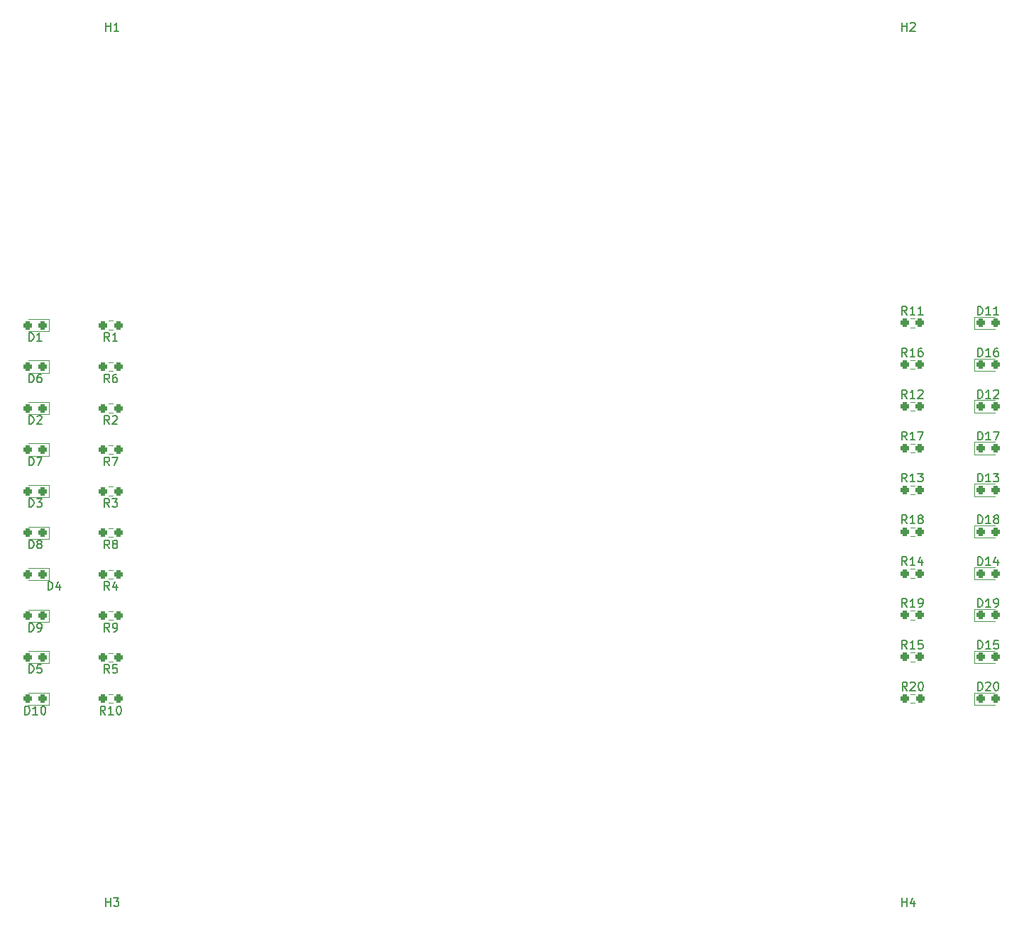
<source format=gto>
G04 #@! TF.GenerationSoftware,KiCad,Pcbnew,9.0.0*
G04 #@! TF.CreationDate,2025-03-25T13:13:44-05:00*
G04 #@! TF.ProjectId,Armor_Plate,41726d6f-725f-4506-9c61-74652e6b6963,rev?*
G04 #@! TF.SameCoordinates,Original*
G04 #@! TF.FileFunction,Legend,Top*
G04 #@! TF.FilePolarity,Positive*
%FSLAX46Y46*%
G04 Gerber Fmt 4.6, Leading zero omitted, Abs format (unit mm)*
G04 Created by KiCad (PCBNEW 9.0.0) date 2025-03-25 13:13:44*
%MOMM*%
%LPD*%
G01*
G04 APERTURE LIST*
G04 Aperture macros list*
%AMRoundRect*
0 Rectangle with rounded corners*
0 $1 Rounding radius*
0 $2 $3 $4 $5 $6 $7 $8 $9 X,Y pos of 4 corners*
0 Add a 4 corners polygon primitive as box body*
4,1,4,$2,$3,$4,$5,$6,$7,$8,$9,$2,$3,0*
0 Add four circle primitives for the rounded corners*
1,1,$1+$1,$2,$3*
1,1,$1+$1,$4,$5*
1,1,$1+$1,$6,$7*
1,1,$1+$1,$8,$9*
0 Add four rect primitives between the rounded corners*
20,1,$1+$1,$2,$3,$4,$5,0*
20,1,$1+$1,$4,$5,$6,$7,0*
20,1,$1+$1,$6,$7,$8,$9,0*
20,1,$1+$1,$8,$9,$2,$3,0*%
G04 Aperture macros list end*
%ADD10C,0.150000*%
%ADD11C,0.120000*%
%ADD12RoundRect,0.237500X0.250000X0.237500X-0.250000X0.237500X-0.250000X-0.237500X0.250000X-0.237500X0*%
%ADD13RoundRect,0.237500X-0.250000X-0.237500X0.250000X-0.237500X0.250000X0.237500X-0.250000X0.237500X0*%
%ADD14RoundRect,0.237500X0.287500X0.237500X-0.287500X0.237500X-0.287500X-0.237500X0.287500X-0.237500X0*%
%ADD15RoundRect,0.237500X-0.287500X-0.237500X0.287500X-0.237500X0.287500X0.237500X-0.287500X0.237500X0*%
%ADD16C,4.500000*%
%ADD17C,0.900000*%
%ADD18R,2.000000X2.000000*%
%ADD19C,2.000000*%
G04 APERTURE END LIST*
D10*
X32140833Y-79494268D02*
X31807500Y-79018077D01*
X31569405Y-79494268D02*
X31569405Y-78494268D01*
X31569405Y-78494268D02*
X31950357Y-78494268D01*
X31950357Y-78494268D02*
X32045595Y-78541887D01*
X32045595Y-78541887D02*
X32093214Y-78589506D01*
X32093214Y-78589506D02*
X32140833Y-78684744D01*
X32140833Y-78684744D02*
X32140833Y-78827601D01*
X32140833Y-78827601D02*
X32093214Y-78922839D01*
X32093214Y-78922839D02*
X32045595Y-78970458D01*
X32045595Y-78970458D02*
X31950357Y-79018077D01*
X31950357Y-79018077D02*
X31569405Y-79018077D01*
X32712262Y-78922839D02*
X32617024Y-78875220D01*
X32617024Y-78875220D02*
X32569405Y-78827601D01*
X32569405Y-78827601D02*
X32521786Y-78732363D01*
X32521786Y-78732363D02*
X32521786Y-78684744D01*
X32521786Y-78684744D02*
X32569405Y-78589506D01*
X32569405Y-78589506D02*
X32617024Y-78541887D01*
X32617024Y-78541887D02*
X32712262Y-78494268D01*
X32712262Y-78494268D02*
X32902738Y-78494268D01*
X32902738Y-78494268D02*
X32997976Y-78541887D01*
X32997976Y-78541887D02*
X33045595Y-78589506D01*
X33045595Y-78589506D02*
X33093214Y-78684744D01*
X33093214Y-78684744D02*
X33093214Y-78732363D01*
X33093214Y-78732363D02*
X33045595Y-78827601D01*
X33045595Y-78827601D02*
X32997976Y-78875220D01*
X32997976Y-78875220D02*
X32902738Y-78922839D01*
X32902738Y-78922839D02*
X32712262Y-78922839D01*
X32712262Y-78922839D02*
X32617024Y-78970458D01*
X32617024Y-78970458D02*
X32569405Y-79018077D01*
X32569405Y-79018077D02*
X32521786Y-79113315D01*
X32521786Y-79113315D02*
X32521786Y-79303791D01*
X32521786Y-79303791D02*
X32569405Y-79399029D01*
X32569405Y-79399029D02*
X32617024Y-79446649D01*
X32617024Y-79446649D02*
X32712262Y-79494268D01*
X32712262Y-79494268D02*
X32902738Y-79494268D01*
X32902738Y-79494268D02*
X32997976Y-79446649D01*
X32997976Y-79446649D02*
X33045595Y-79399029D01*
X33045595Y-79399029D02*
X33093214Y-79303791D01*
X33093214Y-79303791D02*
X33093214Y-79113315D01*
X33093214Y-79113315D02*
X33045595Y-79018077D01*
X33045595Y-79018077D02*
X32997976Y-78970458D01*
X32997976Y-78970458D02*
X32902738Y-78922839D01*
X127289642Y-76510373D02*
X126956309Y-76034182D01*
X126718214Y-76510373D02*
X126718214Y-75510373D01*
X126718214Y-75510373D02*
X127099166Y-75510373D01*
X127099166Y-75510373D02*
X127194404Y-75557992D01*
X127194404Y-75557992D02*
X127242023Y-75605611D01*
X127242023Y-75605611D02*
X127289642Y-75700849D01*
X127289642Y-75700849D02*
X127289642Y-75843706D01*
X127289642Y-75843706D02*
X127242023Y-75938944D01*
X127242023Y-75938944D02*
X127194404Y-75986563D01*
X127194404Y-75986563D02*
X127099166Y-76034182D01*
X127099166Y-76034182D02*
X126718214Y-76034182D01*
X128242023Y-76510373D02*
X127670595Y-76510373D01*
X127956309Y-76510373D02*
X127956309Y-75510373D01*
X127956309Y-75510373D02*
X127861071Y-75653230D01*
X127861071Y-75653230D02*
X127765833Y-75748468D01*
X127765833Y-75748468D02*
X127670595Y-75796087D01*
X128813452Y-75938944D02*
X128718214Y-75891325D01*
X128718214Y-75891325D02*
X128670595Y-75843706D01*
X128670595Y-75843706D02*
X128622976Y-75748468D01*
X128622976Y-75748468D02*
X128622976Y-75700849D01*
X128622976Y-75700849D02*
X128670595Y-75605611D01*
X128670595Y-75605611D02*
X128718214Y-75557992D01*
X128718214Y-75557992D02*
X128813452Y-75510373D01*
X128813452Y-75510373D02*
X129003928Y-75510373D01*
X129003928Y-75510373D02*
X129099166Y-75557992D01*
X129099166Y-75557992D02*
X129146785Y-75605611D01*
X129146785Y-75605611D02*
X129194404Y-75700849D01*
X129194404Y-75700849D02*
X129194404Y-75748468D01*
X129194404Y-75748468D02*
X129146785Y-75843706D01*
X129146785Y-75843706D02*
X129099166Y-75891325D01*
X129099166Y-75891325D02*
X129003928Y-75938944D01*
X129003928Y-75938944D02*
X128813452Y-75938944D01*
X128813452Y-75938944D02*
X128718214Y-75986563D01*
X128718214Y-75986563D02*
X128670595Y-76034182D01*
X128670595Y-76034182D02*
X128622976Y-76129420D01*
X128622976Y-76129420D02*
X128622976Y-76319896D01*
X128622976Y-76319896D02*
X128670595Y-76415134D01*
X128670595Y-76415134D02*
X128718214Y-76462754D01*
X128718214Y-76462754D02*
X128813452Y-76510373D01*
X128813452Y-76510373D02*
X129003928Y-76510373D01*
X129003928Y-76510373D02*
X129099166Y-76462754D01*
X129099166Y-76462754D02*
X129146785Y-76415134D01*
X129146785Y-76415134D02*
X129194404Y-76319896D01*
X129194404Y-76319896D02*
X129194404Y-76129420D01*
X129194404Y-76129420D02*
X129146785Y-76034182D01*
X129146785Y-76034182D02*
X129099166Y-75986563D01*
X129099166Y-75986563D02*
X129003928Y-75938944D01*
X22541905Y-69583157D02*
X22541905Y-68583157D01*
X22541905Y-68583157D02*
X22780000Y-68583157D01*
X22780000Y-68583157D02*
X22922857Y-68630776D01*
X22922857Y-68630776D02*
X23018095Y-68726014D01*
X23018095Y-68726014D02*
X23065714Y-68821252D01*
X23065714Y-68821252D02*
X23113333Y-69011728D01*
X23113333Y-69011728D02*
X23113333Y-69154585D01*
X23113333Y-69154585D02*
X23065714Y-69345061D01*
X23065714Y-69345061D02*
X23018095Y-69440299D01*
X23018095Y-69440299D02*
X22922857Y-69535538D01*
X22922857Y-69535538D02*
X22780000Y-69583157D01*
X22780000Y-69583157D02*
X22541905Y-69583157D01*
X23446667Y-68583157D02*
X24113333Y-68583157D01*
X24113333Y-68583157D02*
X23684762Y-69583157D01*
X32140833Y-74538712D02*
X31807500Y-74062521D01*
X31569405Y-74538712D02*
X31569405Y-73538712D01*
X31569405Y-73538712D02*
X31950357Y-73538712D01*
X31950357Y-73538712D02*
X32045595Y-73586331D01*
X32045595Y-73586331D02*
X32093214Y-73633950D01*
X32093214Y-73633950D02*
X32140833Y-73729188D01*
X32140833Y-73729188D02*
X32140833Y-73872045D01*
X32140833Y-73872045D02*
X32093214Y-73967283D01*
X32093214Y-73967283D02*
X32045595Y-74014902D01*
X32045595Y-74014902D02*
X31950357Y-74062521D01*
X31950357Y-74062521D02*
X31569405Y-74062521D01*
X32474167Y-73538712D02*
X33093214Y-73538712D01*
X33093214Y-73538712D02*
X32759881Y-73919664D01*
X32759881Y-73919664D02*
X32902738Y-73919664D01*
X32902738Y-73919664D02*
X32997976Y-73967283D01*
X32997976Y-73967283D02*
X33045595Y-74014902D01*
X33045595Y-74014902D02*
X33093214Y-74110140D01*
X33093214Y-74110140D02*
X33093214Y-74348235D01*
X33093214Y-74348235D02*
X33045595Y-74443473D01*
X33045595Y-74443473D02*
X32997976Y-74491093D01*
X32997976Y-74491093D02*
X32902738Y-74538712D01*
X32902738Y-74538712D02*
X32617024Y-74538712D01*
X32617024Y-74538712D02*
X32521786Y-74491093D01*
X32521786Y-74491093D02*
X32474167Y-74443473D01*
X135745714Y-56571112D02*
X135745714Y-55571112D01*
X135745714Y-55571112D02*
X135983809Y-55571112D01*
X135983809Y-55571112D02*
X136126666Y-55618731D01*
X136126666Y-55618731D02*
X136221904Y-55713969D01*
X136221904Y-55713969D02*
X136269523Y-55809207D01*
X136269523Y-55809207D02*
X136317142Y-55999683D01*
X136317142Y-55999683D02*
X136317142Y-56142540D01*
X136317142Y-56142540D02*
X136269523Y-56333016D01*
X136269523Y-56333016D02*
X136221904Y-56428254D01*
X136221904Y-56428254D02*
X136126666Y-56523493D01*
X136126666Y-56523493D02*
X135983809Y-56571112D01*
X135983809Y-56571112D02*
X135745714Y-56571112D01*
X137269523Y-56571112D02*
X136698095Y-56571112D01*
X136983809Y-56571112D02*
X136983809Y-55571112D01*
X136983809Y-55571112D02*
X136888571Y-55713969D01*
X136888571Y-55713969D02*
X136793333Y-55809207D01*
X136793333Y-55809207D02*
X136698095Y-55856826D01*
X138126666Y-55571112D02*
X137936190Y-55571112D01*
X137936190Y-55571112D02*
X137840952Y-55618731D01*
X137840952Y-55618731D02*
X137793333Y-55666350D01*
X137793333Y-55666350D02*
X137698095Y-55809207D01*
X137698095Y-55809207D02*
X137650476Y-55999683D01*
X137650476Y-55999683D02*
X137650476Y-56380635D01*
X137650476Y-56380635D02*
X137698095Y-56475873D01*
X137698095Y-56475873D02*
X137745714Y-56523493D01*
X137745714Y-56523493D02*
X137840952Y-56571112D01*
X137840952Y-56571112D02*
X138031428Y-56571112D01*
X138031428Y-56571112D02*
X138126666Y-56523493D01*
X138126666Y-56523493D02*
X138174285Y-56475873D01*
X138174285Y-56475873D02*
X138221904Y-56380635D01*
X138221904Y-56380635D02*
X138221904Y-56142540D01*
X138221904Y-56142540D02*
X138174285Y-56047302D01*
X138174285Y-56047302D02*
X138126666Y-55999683D01*
X138126666Y-55999683D02*
X138031428Y-55952064D01*
X138031428Y-55952064D02*
X137840952Y-55952064D01*
X137840952Y-55952064D02*
X137745714Y-55999683D01*
X137745714Y-55999683D02*
X137698095Y-56047302D01*
X137698095Y-56047302D02*
X137650476Y-56142540D01*
X127289642Y-81495188D02*
X126956309Y-81018997D01*
X126718214Y-81495188D02*
X126718214Y-80495188D01*
X126718214Y-80495188D02*
X127099166Y-80495188D01*
X127099166Y-80495188D02*
X127194404Y-80542807D01*
X127194404Y-80542807D02*
X127242023Y-80590426D01*
X127242023Y-80590426D02*
X127289642Y-80685664D01*
X127289642Y-80685664D02*
X127289642Y-80828521D01*
X127289642Y-80828521D02*
X127242023Y-80923759D01*
X127242023Y-80923759D02*
X127194404Y-80971378D01*
X127194404Y-80971378D02*
X127099166Y-81018997D01*
X127099166Y-81018997D02*
X126718214Y-81018997D01*
X128242023Y-81495188D02*
X127670595Y-81495188D01*
X127956309Y-81495188D02*
X127956309Y-80495188D01*
X127956309Y-80495188D02*
X127861071Y-80638045D01*
X127861071Y-80638045D02*
X127765833Y-80733283D01*
X127765833Y-80733283D02*
X127670595Y-80780902D01*
X129099166Y-80828521D02*
X129099166Y-81495188D01*
X128861071Y-80447569D02*
X128622976Y-81161854D01*
X128622976Y-81161854D02*
X129242023Y-81161854D01*
X32140833Y-69583157D02*
X31807500Y-69106966D01*
X31569405Y-69583157D02*
X31569405Y-68583157D01*
X31569405Y-68583157D02*
X31950357Y-68583157D01*
X31950357Y-68583157D02*
X32045595Y-68630776D01*
X32045595Y-68630776D02*
X32093214Y-68678395D01*
X32093214Y-68678395D02*
X32140833Y-68773633D01*
X32140833Y-68773633D02*
X32140833Y-68916490D01*
X32140833Y-68916490D02*
X32093214Y-69011728D01*
X32093214Y-69011728D02*
X32045595Y-69059347D01*
X32045595Y-69059347D02*
X31950357Y-69106966D01*
X31950357Y-69106966D02*
X31569405Y-69106966D01*
X32474167Y-68583157D02*
X33140833Y-68583157D01*
X33140833Y-68583157D02*
X32712262Y-69583157D01*
X32140833Y-59672047D02*
X31807500Y-59195856D01*
X31569405Y-59672047D02*
X31569405Y-58672047D01*
X31569405Y-58672047D02*
X31950357Y-58672047D01*
X31950357Y-58672047D02*
X32045595Y-58719666D01*
X32045595Y-58719666D02*
X32093214Y-58767285D01*
X32093214Y-58767285D02*
X32140833Y-58862523D01*
X32140833Y-58862523D02*
X32140833Y-59005380D01*
X32140833Y-59005380D02*
X32093214Y-59100618D01*
X32093214Y-59100618D02*
X32045595Y-59148237D01*
X32045595Y-59148237D02*
X31950357Y-59195856D01*
X31950357Y-59195856D02*
X31569405Y-59195856D01*
X32997976Y-58672047D02*
X32807500Y-58672047D01*
X32807500Y-58672047D02*
X32712262Y-58719666D01*
X32712262Y-58719666D02*
X32664643Y-58767285D01*
X32664643Y-58767285D02*
X32569405Y-58910142D01*
X32569405Y-58910142D02*
X32521786Y-59100618D01*
X32521786Y-59100618D02*
X32521786Y-59481570D01*
X32521786Y-59481570D02*
X32569405Y-59576808D01*
X32569405Y-59576808D02*
X32617024Y-59624428D01*
X32617024Y-59624428D02*
X32712262Y-59672047D01*
X32712262Y-59672047D02*
X32902738Y-59672047D01*
X32902738Y-59672047D02*
X32997976Y-59624428D01*
X32997976Y-59624428D02*
X33045595Y-59576808D01*
X33045595Y-59576808D02*
X33093214Y-59481570D01*
X33093214Y-59481570D02*
X33093214Y-59243475D01*
X33093214Y-59243475D02*
X33045595Y-59148237D01*
X33045595Y-59148237D02*
X32997976Y-59100618D01*
X32997976Y-59100618D02*
X32902738Y-59052999D01*
X32902738Y-59052999D02*
X32712262Y-59052999D01*
X32712262Y-59052999D02*
X32617024Y-59100618D01*
X32617024Y-59100618D02*
X32569405Y-59148237D01*
X32569405Y-59148237D02*
X32521786Y-59243475D01*
X135745714Y-76510373D02*
X135745714Y-75510373D01*
X135745714Y-75510373D02*
X135983809Y-75510373D01*
X135983809Y-75510373D02*
X136126666Y-75557992D01*
X136126666Y-75557992D02*
X136221904Y-75653230D01*
X136221904Y-75653230D02*
X136269523Y-75748468D01*
X136269523Y-75748468D02*
X136317142Y-75938944D01*
X136317142Y-75938944D02*
X136317142Y-76081801D01*
X136317142Y-76081801D02*
X136269523Y-76272277D01*
X136269523Y-76272277D02*
X136221904Y-76367515D01*
X136221904Y-76367515D02*
X136126666Y-76462754D01*
X136126666Y-76462754D02*
X135983809Y-76510373D01*
X135983809Y-76510373D02*
X135745714Y-76510373D01*
X137269523Y-76510373D02*
X136698095Y-76510373D01*
X136983809Y-76510373D02*
X136983809Y-75510373D01*
X136983809Y-75510373D02*
X136888571Y-75653230D01*
X136888571Y-75653230D02*
X136793333Y-75748468D01*
X136793333Y-75748468D02*
X136698095Y-75796087D01*
X137840952Y-75938944D02*
X137745714Y-75891325D01*
X137745714Y-75891325D02*
X137698095Y-75843706D01*
X137698095Y-75843706D02*
X137650476Y-75748468D01*
X137650476Y-75748468D02*
X137650476Y-75700849D01*
X137650476Y-75700849D02*
X137698095Y-75605611D01*
X137698095Y-75605611D02*
X137745714Y-75557992D01*
X137745714Y-75557992D02*
X137840952Y-75510373D01*
X137840952Y-75510373D02*
X138031428Y-75510373D01*
X138031428Y-75510373D02*
X138126666Y-75557992D01*
X138126666Y-75557992D02*
X138174285Y-75605611D01*
X138174285Y-75605611D02*
X138221904Y-75700849D01*
X138221904Y-75700849D02*
X138221904Y-75748468D01*
X138221904Y-75748468D02*
X138174285Y-75843706D01*
X138174285Y-75843706D02*
X138126666Y-75891325D01*
X138126666Y-75891325D02*
X138031428Y-75938944D01*
X138031428Y-75938944D02*
X137840952Y-75938944D01*
X137840952Y-75938944D02*
X137745714Y-75986563D01*
X137745714Y-75986563D02*
X137698095Y-76034182D01*
X137698095Y-76034182D02*
X137650476Y-76129420D01*
X137650476Y-76129420D02*
X137650476Y-76319896D01*
X137650476Y-76319896D02*
X137698095Y-76415134D01*
X137698095Y-76415134D02*
X137745714Y-76462754D01*
X137745714Y-76462754D02*
X137840952Y-76510373D01*
X137840952Y-76510373D02*
X138031428Y-76510373D01*
X138031428Y-76510373D02*
X138126666Y-76462754D01*
X138126666Y-76462754D02*
X138174285Y-76415134D01*
X138174285Y-76415134D02*
X138221904Y-76319896D01*
X138221904Y-76319896D02*
X138221904Y-76129420D01*
X138221904Y-76129420D02*
X138174285Y-76034182D01*
X138174285Y-76034182D02*
X138126666Y-75986563D01*
X138126666Y-75986563D02*
X138031428Y-75938944D01*
X22065714Y-99316488D02*
X22065714Y-98316488D01*
X22065714Y-98316488D02*
X22303809Y-98316488D01*
X22303809Y-98316488D02*
X22446666Y-98364107D01*
X22446666Y-98364107D02*
X22541904Y-98459345D01*
X22541904Y-98459345D02*
X22589523Y-98554583D01*
X22589523Y-98554583D02*
X22637142Y-98745059D01*
X22637142Y-98745059D02*
X22637142Y-98887916D01*
X22637142Y-98887916D02*
X22589523Y-99078392D01*
X22589523Y-99078392D02*
X22541904Y-99173630D01*
X22541904Y-99173630D02*
X22446666Y-99268869D01*
X22446666Y-99268869D02*
X22303809Y-99316488D01*
X22303809Y-99316488D02*
X22065714Y-99316488D01*
X23589523Y-99316488D02*
X23018095Y-99316488D01*
X23303809Y-99316488D02*
X23303809Y-98316488D01*
X23303809Y-98316488D02*
X23208571Y-98459345D01*
X23208571Y-98459345D02*
X23113333Y-98554583D01*
X23113333Y-98554583D02*
X23018095Y-98602202D01*
X24208571Y-98316488D02*
X24303809Y-98316488D01*
X24303809Y-98316488D02*
X24399047Y-98364107D01*
X24399047Y-98364107D02*
X24446666Y-98411726D01*
X24446666Y-98411726D02*
X24494285Y-98506964D01*
X24494285Y-98506964D02*
X24541904Y-98697440D01*
X24541904Y-98697440D02*
X24541904Y-98935535D01*
X24541904Y-98935535D02*
X24494285Y-99126011D01*
X24494285Y-99126011D02*
X24446666Y-99221249D01*
X24446666Y-99221249D02*
X24399047Y-99268869D01*
X24399047Y-99268869D02*
X24303809Y-99316488D01*
X24303809Y-99316488D02*
X24208571Y-99316488D01*
X24208571Y-99316488D02*
X24113333Y-99268869D01*
X24113333Y-99268869D02*
X24065714Y-99221249D01*
X24065714Y-99221249D02*
X24018095Y-99126011D01*
X24018095Y-99126011D02*
X23970476Y-98935535D01*
X23970476Y-98935535D02*
X23970476Y-98697440D01*
X23970476Y-98697440D02*
X24018095Y-98506964D01*
X24018095Y-98506964D02*
X24065714Y-98411726D01*
X24065714Y-98411726D02*
X24113333Y-98364107D01*
X24113333Y-98364107D02*
X24208571Y-98316488D01*
X24806905Y-84449823D02*
X24806905Y-83449823D01*
X24806905Y-83449823D02*
X25045000Y-83449823D01*
X25045000Y-83449823D02*
X25187857Y-83497442D01*
X25187857Y-83497442D02*
X25283095Y-83592680D01*
X25283095Y-83592680D02*
X25330714Y-83687918D01*
X25330714Y-83687918D02*
X25378333Y-83878394D01*
X25378333Y-83878394D02*
X25378333Y-84021251D01*
X25378333Y-84021251D02*
X25330714Y-84211727D01*
X25330714Y-84211727D02*
X25283095Y-84306965D01*
X25283095Y-84306965D02*
X25187857Y-84402204D01*
X25187857Y-84402204D02*
X25045000Y-84449823D01*
X25045000Y-84449823D02*
X24806905Y-84449823D01*
X26235476Y-83783156D02*
X26235476Y-84449823D01*
X25997381Y-83402204D02*
X25759286Y-84116489D01*
X25759286Y-84116489D02*
X26378333Y-84116489D01*
X22541905Y-89405378D02*
X22541905Y-88405378D01*
X22541905Y-88405378D02*
X22780000Y-88405378D01*
X22780000Y-88405378D02*
X22922857Y-88452997D01*
X22922857Y-88452997D02*
X23018095Y-88548235D01*
X23018095Y-88548235D02*
X23065714Y-88643473D01*
X23065714Y-88643473D02*
X23113333Y-88833949D01*
X23113333Y-88833949D02*
X23113333Y-88976806D01*
X23113333Y-88976806D02*
X23065714Y-89167282D01*
X23065714Y-89167282D02*
X23018095Y-89262520D01*
X23018095Y-89262520D02*
X22922857Y-89357759D01*
X22922857Y-89357759D02*
X22780000Y-89405378D01*
X22780000Y-89405378D02*
X22541905Y-89405378D01*
X23589524Y-89405378D02*
X23780000Y-89405378D01*
X23780000Y-89405378D02*
X23875238Y-89357759D01*
X23875238Y-89357759D02*
X23922857Y-89310139D01*
X23922857Y-89310139D02*
X24018095Y-89167282D01*
X24018095Y-89167282D02*
X24065714Y-88976806D01*
X24065714Y-88976806D02*
X24065714Y-88595854D01*
X24065714Y-88595854D02*
X24018095Y-88500616D01*
X24018095Y-88500616D02*
X23970476Y-88452997D01*
X23970476Y-88452997D02*
X23875238Y-88405378D01*
X23875238Y-88405378D02*
X23684762Y-88405378D01*
X23684762Y-88405378D02*
X23589524Y-88452997D01*
X23589524Y-88452997D02*
X23541905Y-88500616D01*
X23541905Y-88500616D02*
X23494286Y-88595854D01*
X23494286Y-88595854D02*
X23494286Y-88833949D01*
X23494286Y-88833949D02*
X23541905Y-88929187D01*
X23541905Y-88929187D02*
X23589524Y-88976806D01*
X23589524Y-88976806D02*
X23684762Y-89024425D01*
X23684762Y-89024425D02*
X23875238Y-89024425D01*
X23875238Y-89024425D02*
X23970476Y-88976806D01*
X23970476Y-88976806D02*
X24018095Y-88929187D01*
X24018095Y-88929187D02*
X24065714Y-88833949D01*
X135745714Y-96449634D02*
X135745714Y-95449634D01*
X135745714Y-95449634D02*
X135983809Y-95449634D01*
X135983809Y-95449634D02*
X136126666Y-95497253D01*
X136126666Y-95497253D02*
X136221904Y-95592491D01*
X136221904Y-95592491D02*
X136269523Y-95687729D01*
X136269523Y-95687729D02*
X136317142Y-95878205D01*
X136317142Y-95878205D02*
X136317142Y-96021062D01*
X136317142Y-96021062D02*
X136269523Y-96211538D01*
X136269523Y-96211538D02*
X136221904Y-96306776D01*
X136221904Y-96306776D02*
X136126666Y-96402015D01*
X136126666Y-96402015D02*
X135983809Y-96449634D01*
X135983809Y-96449634D02*
X135745714Y-96449634D01*
X136698095Y-95544872D02*
X136745714Y-95497253D01*
X136745714Y-95497253D02*
X136840952Y-95449634D01*
X136840952Y-95449634D02*
X137079047Y-95449634D01*
X137079047Y-95449634D02*
X137174285Y-95497253D01*
X137174285Y-95497253D02*
X137221904Y-95544872D01*
X137221904Y-95544872D02*
X137269523Y-95640110D01*
X137269523Y-95640110D02*
X137269523Y-95735348D01*
X137269523Y-95735348D02*
X137221904Y-95878205D01*
X137221904Y-95878205D02*
X136650476Y-96449634D01*
X136650476Y-96449634D02*
X137269523Y-96449634D01*
X137888571Y-95449634D02*
X137983809Y-95449634D01*
X137983809Y-95449634D02*
X138079047Y-95497253D01*
X138079047Y-95497253D02*
X138126666Y-95544872D01*
X138126666Y-95544872D02*
X138174285Y-95640110D01*
X138174285Y-95640110D02*
X138221904Y-95830586D01*
X138221904Y-95830586D02*
X138221904Y-96068681D01*
X138221904Y-96068681D02*
X138174285Y-96259157D01*
X138174285Y-96259157D02*
X138126666Y-96354395D01*
X138126666Y-96354395D02*
X138079047Y-96402015D01*
X138079047Y-96402015D02*
X137983809Y-96449634D01*
X137983809Y-96449634D02*
X137888571Y-96449634D01*
X137888571Y-96449634D02*
X137793333Y-96402015D01*
X137793333Y-96402015D02*
X137745714Y-96354395D01*
X137745714Y-96354395D02*
X137698095Y-96259157D01*
X137698095Y-96259157D02*
X137650476Y-96068681D01*
X137650476Y-96068681D02*
X137650476Y-95830586D01*
X137650476Y-95830586D02*
X137698095Y-95640110D01*
X137698095Y-95640110D02*
X137745714Y-95544872D01*
X137745714Y-95544872D02*
X137793333Y-95497253D01*
X137793333Y-95497253D02*
X137888571Y-95449634D01*
X32140833Y-54716492D02*
X31807500Y-54240301D01*
X31569405Y-54716492D02*
X31569405Y-53716492D01*
X31569405Y-53716492D02*
X31950357Y-53716492D01*
X31950357Y-53716492D02*
X32045595Y-53764111D01*
X32045595Y-53764111D02*
X32093214Y-53811730D01*
X32093214Y-53811730D02*
X32140833Y-53906968D01*
X32140833Y-53906968D02*
X32140833Y-54049825D01*
X32140833Y-54049825D02*
X32093214Y-54145063D01*
X32093214Y-54145063D02*
X32045595Y-54192682D01*
X32045595Y-54192682D02*
X31950357Y-54240301D01*
X31950357Y-54240301D02*
X31569405Y-54240301D01*
X33093214Y-54716492D02*
X32521786Y-54716492D01*
X32807500Y-54716492D02*
X32807500Y-53716492D01*
X32807500Y-53716492D02*
X32712262Y-53859349D01*
X32712262Y-53859349D02*
X32617024Y-53954587D01*
X32617024Y-53954587D02*
X32521786Y-54002206D01*
X32140833Y-89405378D02*
X31807500Y-88929187D01*
X31569405Y-89405378D02*
X31569405Y-88405378D01*
X31569405Y-88405378D02*
X31950357Y-88405378D01*
X31950357Y-88405378D02*
X32045595Y-88452997D01*
X32045595Y-88452997D02*
X32093214Y-88500616D01*
X32093214Y-88500616D02*
X32140833Y-88595854D01*
X32140833Y-88595854D02*
X32140833Y-88738711D01*
X32140833Y-88738711D02*
X32093214Y-88833949D01*
X32093214Y-88833949D02*
X32045595Y-88881568D01*
X32045595Y-88881568D02*
X31950357Y-88929187D01*
X31950357Y-88929187D02*
X31569405Y-88929187D01*
X32617024Y-89405378D02*
X32807500Y-89405378D01*
X32807500Y-89405378D02*
X32902738Y-89357759D01*
X32902738Y-89357759D02*
X32950357Y-89310139D01*
X32950357Y-89310139D02*
X33045595Y-89167282D01*
X33045595Y-89167282D02*
X33093214Y-88976806D01*
X33093214Y-88976806D02*
X33093214Y-88595854D01*
X33093214Y-88595854D02*
X33045595Y-88500616D01*
X33045595Y-88500616D02*
X32997976Y-88452997D01*
X32997976Y-88452997D02*
X32902738Y-88405378D01*
X32902738Y-88405378D02*
X32712262Y-88405378D01*
X32712262Y-88405378D02*
X32617024Y-88452997D01*
X32617024Y-88452997D02*
X32569405Y-88500616D01*
X32569405Y-88500616D02*
X32521786Y-88595854D01*
X32521786Y-88595854D02*
X32521786Y-88833949D01*
X32521786Y-88833949D02*
X32569405Y-88929187D01*
X32569405Y-88929187D02*
X32617024Y-88976806D01*
X32617024Y-88976806D02*
X32712262Y-89024425D01*
X32712262Y-89024425D02*
X32902738Y-89024425D01*
X32902738Y-89024425D02*
X32997976Y-88976806D01*
X32997976Y-88976806D02*
X33045595Y-88929187D01*
X33045595Y-88929187D02*
X33093214Y-88833949D01*
X32140833Y-84449823D02*
X31807500Y-83973632D01*
X31569405Y-84449823D02*
X31569405Y-83449823D01*
X31569405Y-83449823D02*
X31950357Y-83449823D01*
X31950357Y-83449823D02*
X32045595Y-83497442D01*
X32045595Y-83497442D02*
X32093214Y-83545061D01*
X32093214Y-83545061D02*
X32140833Y-83640299D01*
X32140833Y-83640299D02*
X32140833Y-83783156D01*
X32140833Y-83783156D02*
X32093214Y-83878394D01*
X32093214Y-83878394D02*
X32045595Y-83926013D01*
X32045595Y-83926013D02*
X31950357Y-83973632D01*
X31950357Y-83973632D02*
X31569405Y-83973632D01*
X32997976Y-83783156D02*
X32997976Y-84449823D01*
X32759881Y-83402204D02*
X32521786Y-84116489D01*
X32521786Y-84116489D02*
X33140833Y-84116489D01*
X135745714Y-61555927D02*
X135745714Y-60555927D01*
X135745714Y-60555927D02*
X135983809Y-60555927D01*
X135983809Y-60555927D02*
X136126666Y-60603546D01*
X136126666Y-60603546D02*
X136221904Y-60698784D01*
X136221904Y-60698784D02*
X136269523Y-60794022D01*
X136269523Y-60794022D02*
X136317142Y-60984498D01*
X136317142Y-60984498D02*
X136317142Y-61127355D01*
X136317142Y-61127355D02*
X136269523Y-61317831D01*
X136269523Y-61317831D02*
X136221904Y-61413069D01*
X136221904Y-61413069D02*
X136126666Y-61508308D01*
X136126666Y-61508308D02*
X135983809Y-61555927D01*
X135983809Y-61555927D02*
X135745714Y-61555927D01*
X137269523Y-61555927D02*
X136698095Y-61555927D01*
X136983809Y-61555927D02*
X136983809Y-60555927D01*
X136983809Y-60555927D02*
X136888571Y-60698784D01*
X136888571Y-60698784D02*
X136793333Y-60794022D01*
X136793333Y-60794022D02*
X136698095Y-60841641D01*
X137650476Y-60651165D02*
X137698095Y-60603546D01*
X137698095Y-60603546D02*
X137793333Y-60555927D01*
X137793333Y-60555927D02*
X138031428Y-60555927D01*
X138031428Y-60555927D02*
X138126666Y-60603546D01*
X138126666Y-60603546D02*
X138174285Y-60651165D01*
X138174285Y-60651165D02*
X138221904Y-60746403D01*
X138221904Y-60746403D02*
X138221904Y-60841641D01*
X138221904Y-60841641D02*
X138174285Y-60984498D01*
X138174285Y-60984498D02*
X137602857Y-61555927D01*
X137602857Y-61555927D02*
X138221904Y-61555927D01*
X127289642Y-66540743D02*
X126956309Y-66064552D01*
X126718214Y-66540743D02*
X126718214Y-65540743D01*
X126718214Y-65540743D02*
X127099166Y-65540743D01*
X127099166Y-65540743D02*
X127194404Y-65588362D01*
X127194404Y-65588362D02*
X127242023Y-65635981D01*
X127242023Y-65635981D02*
X127289642Y-65731219D01*
X127289642Y-65731219D02*
X127289642Y-65874076D01*
X127289642Y-65874076D02*
X127242023Y-65969314D01*
X127242023Y-65969314D02*
X127194404Y-66016933D01*
X127194404Y-66016933D02*
X127099166Y-66064552D01*
X127099166Y-66064552D02*
X126718214Y-66064552D01*
X128242023Y-66540743D02*
X127670595Y-66540743D01*
X127956309Y-66540743D02*
X127956309Y-65540743D01*
X127956309Y-65540743D02*
X127861071Y-65683600D01*
X127861071Y-65683600D02*
X127765833Y-65778838D01*
X127765833Y-65778838D02*
X127670595Y-65826457D01*
X128575357Y-65540743D02*
X129242023Y-65540743D01*
X129242023Y-65540743D02*
X128813452Y-66540743D01*
X135745714Y-81495188D02*
X135745714Y-80495188D01*
X135745714Y-80495188D02*
X135983809Y-80495188D01*
X135983809Y-80495188D02*
X136126666Y-80542807D01*
X136126666Y-80542807D02*
X136221904Y-80638045D01*
X136221904Y-80638045D02*
X136269523Y-80733283D01*
X136269523Y-80733283D02*
X136317142Y-80923759D01*
X136317142Y-80923759D02*
X136317142Y-81066616D01*
X136317142Y-81066616D02*
X136269523Y-81257092D01*
X136269523Y-81257092D02*
X136221904Y-81352330D01*
X136221904Y-81352330D02*
X136126666Y-81447569D01*
X136126666Y-81447569D02*
X135983809Y-81495188D01*
X135983809Y-81495188D02*
X135745714Y-81495188D01*
X137269523Y-81495188D02*
X136698095Y-81495188D01*
X136983809Y-81495188D02*
X136983809Y-80495188D01*
X136983809Y-80495188D02*
X136888571Y-80638045D01*
X136888571Y-80638045D02*
X136793333Y-80733283D01*
X136793333Y-80733283D02*
X136698095Y-80780902D01*
X138126666Y-80828521D02*
X138126666Y-81495188D01*
X137888571Y-80447569D02*
X137650476Y-81161854D01*
X137650476Y-81161854D02*
X138269523Y-81161854D01*
X135745714Y-71525558D02*
X135745714Y-70525558D01*
X135745714Y-70525558D02*
X135983809Y-70525558D01*
X135983809Y-70525558D02*
X136126666Y-70573177D01*
X136126666Y-70573177D02*
X136221904Y-70668415D01*
X136221904Y-70668415D02*
X136269523Y-70763653D01*
X136269523Y-70763653D02*
X136317142Y-70954129D01*
X136317142Y-70954129D02*
X136317142Y-71096986D01*
X136317142Y-71096986D02*
X136269523Y-71287462D01*
X136269523Y-71287462D02*
X136221904Y-71382700D01*
X136221904Y-71382700D02*
X136126666Y-71477939D01*
X136126666Y-71477939D02*
X135983809Y-71525558D01*
X135983809Y-71525558D02*
X135745714Y-71525558D01*
X137269523Y-71525558D02*
X136698095Y-71525558D01*
X136983809Y-71525558D02*
X136983809Y-70525558D01*
X136983809Y-70525558D02*
X136888571Y-70668415D01*
X136888571Y-70668415D02*
X136793333Y-70763653D01*
X136793333Y-70763653D02*
X136698095Y-70811272D01*
X137602857Y-70525558D02*
X138221904Y-70525558D01*
X138221904Y-70525558D02*
X137888571Y-70906510D01*
X137888571Y-70906510D02*
X138031428Y-70906510D01*
X138031428Y-70906510D02*
X138126666Y-70954129D01*
X138126666Y-70954129D02*
X138174285Y-71001748D01*
X138174285Y-71001748D02*
X138221904Y-71096986D01*
X138221904Y-71096986D02*
X138221904Y-71335081D01*
X138221904Y-71335081D02*
X138174285Y-71430319D01*
X138174285Y-71430319D02*
X138126666Y-71477939D01*
X138126666Y-71477939D02*
X138031428Y-71525558D01*
X138031428Y-71525558D02*
X137745714Y-71525558D01*
X137745714Y-71525558D02*
X137650476Y-71477939D01*
X137650476Y-71477939D02*
X137602857Y-71430319D01*
X127317142Y-96449634D02*
X126983809Y-95973443D01*
X126745714Y-96449634D02*
X126745714Y-95449634D01*
X126745714Y-95449634D02*
X127126666Y-95449634D01*
X127126666Y-95449634D02*
X127221904Y-95497253D01*
X127221904Y-95497253D02*
X127269523Y-95544872D01*
X127269523Y-95544872D02*
X127317142Y-95640110D01*
X127317142Y-95640110D02*
X127317142Y-95782967D01*
X127317142Y-95782967D02*
X127269523Y-95878205D01*
X127269523Y-95878205D02*
X127221904Y-95925824D01*
X127221904Y-95925824D02*
X127126666Y-95973443D01*
X127126666Y-95973443D02*
X126745714Y-95973443D01*
X127698095Y-95544872D02*
X127745714Y-95497253D01*
X127745714Y-95497253D02*
X127840952Y-95449634D01*
X127840952Y-95449634D02*
X128079047Y-95449634D01*
X128079047Y-95449634D02*
X128174285Y-95497253D01*
X128174285Y-95497253D02*
X128221904Y-95544872D01*
X128221904Y-95544872D02*
X128269523Y-95640110D01*
X128269523Y-95640110D02*
X128269523Y-95735348D01*
X128269523Y-95735348D02*
X128221904Y-95878205D01*
X128221904Y-95878205D02*
X127650476Y-96449634D01*
X127650476Y-96449634D02*
X128269523Y-96449634D01*
X128888571Y-95449634D02*
X128983809Y-95449634D01*
X128983809Y-95449634D02*
X129079047Y-95497253D01*
X129079047Y-95497253D02*
X129126666Y-95544872D01*
X129126666Y-95544872D02*
X129174285Y-95640110D01*
X129174285Y-95640110D02*
X129221904Y-95830586D01*
X129221904Y-95830586D02*
X129221904Y-96068681D01*
X129221904Y-96068681D02*
X129174285Y-96259157D01*
X129174285Y-96259157D02*
X129126666Y-96354395D01*
X129126666Y-96354395D02*
X129079047Y-96402015D01*
X129079047Y-96402015D02*
X128983809Y-96449634D01*
X128983809Y-96449634D02*
X128888571Y-96449634D01*
X128888571Y-96449634D02*
X128793333Y-96402015D01*
X128793333Y-96402015D02*
X128745714Y-96354395D01*
X128745714Y-96354395D02*
X128698095Y-96259157D01*
X128698095Y-96259157D02*
X128650476Y-96068681D01*
X128650476Y-96068681D02*
X128650476Y-95830586D01*
X128650476Y-95830586D02*
X128698095Y-95640110D01*
X128698095Y-95640110D02*
X128745714Y-95544872D01*
X128745714Y-95544872D02*
X128793333Y-95497253D01*
X128793333Y-95497253D02*
X128888571Y-95449634D01*
X22541905Y-64627602D02*
X22541905Y-63627602D01*
X22541905Y-63627602D02*
X22780000Y-63627602D01*
X22780000Y-63627602D02*
X22922857Y-63675221D01*
X22922857Y-63675221D02*
X23018095Y-63770459D01*
X23018095Y-63770459D02*
X23065714Y-63865697D01*
X23065714Y-63865697D02*
X23113333Y-64056173D01*
X23113333Y-64056173D02*
X23113333Y-64199030D01*
X23113333Y-64199030D02*
X23065714Y-64389506D01*
X23065714Y-64389506D02*
X23018095Y-64484744D01*
X23018095Y-64484744D02*
X22922857Y-64579983D01*
X22922857Y-64579983D02*
X22780000Y-64627602D01*
X22780000Y-64627602D02*
X22541905Y-64627602D01*
X23494286Y-63722840D02*
X23541905Y-63675221D01*
X23541905Y-63675221D02*
X23637143Y-63627602D01*
X23637143Y-63627602D02*
X23875238Y-63627602D01*
X23875238Y-63627602D02*
X23970476Y-63675221D01*
X23970476Y-63675221D02*
X24018095Y-63722840D01*
X24018095Y-63722840D02*
X24065714Y-63818078D01*
X24065714Y-63818078D02*
X24065714Y-63913316D01*
X24065714Y-63913316D02*
X24018095Y-64056173D01*
X24018095Y-64056173D02*
X23446667Y-64627602D01*
X23446667Y-64627602D02*
X24065714Y-64627602D01*
X31688095Y-122204819D02*
X31688095Y-121204819D01*
X31688095Y-121681009D02*
X32259523Y-121681009D01*
X32259523Y-122204819D02*
X32259523Y-121204819D01*
X32640476Y-121204819D02*
X33259523Y-121204819D01*
X33259523Y-121204819D02*
X32926190Y-121585771D01*
X32926190Y-121585771D02*
X33069047Y-121585771D01*
X33069047Y-121585771D02*
X33164285Y-121633390D01*
X33164285Y-121633390D02*
X33211904Y-121681009D01*
X33211904Y-121681009D02*
X33259523Y-121776247D01*
X33259523Y-121776247D02*
X33259523Y-122014342D01*
X33259523Y-122014342D02*
X33211904Y-122109580D01*
X33211904Y-122109580D02*
X33164285Y-122157200D01*
X33164285Y-122157200D02*
X33069047Y-122204819D01*
X33069047Y-122204819D02*
X32783333Y-122204819D01*
X32783333Y-122204819D02*
X32688095Y-122157200D01*
X32688095Y-122157200D02*
X32640476Y-122109580D01*
X127289642Y-56571112D02*
X126956309Y-56094921D01*
X126718214Y-56571112D02*
X126718214Y-55571112D01*
X126718214Y-55571112D02*
X127099166Y-55571112D01*
X127099166Y-55571112D02*
X127194404Y-55618731D01*
X127194404Y-55618731D02*
X127242023Y-55666350D01*
X127242023Y-55666350D02*
X127289642Y-55761588D01*
X127289642Y-55761588D02*
X127289642Y-55904445D01*
X127289642Y-55904445D02*
X127242023Y-55999683D01*
X127242023Y-55999683D02*
X127194404Y-56047302D01*
X127194404Y-56047302D02*
X127099166Y-56094921D01*
X127099166Y-56094921D02*
X126718214Y-56094921D01*
X128242023Y-56571112D02*
X127670595Y-56571112D01*
X127956309Y-56571112D02*
X127956309Y-55571112D01*
X127956309Y-55571112D02*
X127861071Y-55713969D01*
X127861071Y-55713969D02*
X127765833Y-55809207D01*
X127765833Y-55809207D02*
X127670595Y-55856826D01*
X129099166Y-55571112D02*
X128908690Y-55571112D01*
X128908690Y-55571112D02*
X128813452Y-55618731D01*
X128813452Y-55618731D02*
X128765833Y-55666350D01*
X128765833Y-55666350D02*
X128670595Y-55809207D01*
X128670595Y-55809207D02*
X128622976Y-55999683D01*
X128622976Y-55999683D02*
X128622976Y-56380635D01*
X128622976Y-56380635D02*
X128670595Y-56475873D01*
X128670595Y-56475873D02*
X128718214Y-56523493D01*
X128718214Y-56523493D02*
X128813452Y-56571112D01*
X128813452Y-56571112D02*
X129003928Y-56571112D01*
X129003928Y-56571112D02*
X129099166Y-56523493D01*
X129099166Y-56523493D02*
X129146785Y-56475873D01*
X129146785Y-56475873D02*
X129194404Y-56380635D01*
X129194404Y-56380635D02*
X129194404Y-56142540D01*
X129194404Y-56142540D02*
X129146785Y-56047302D01*
X129146785Y-56047302D02*
X129099166Y-55999683D01*
X129099166Y-55999683D02*
X129003928Y-55952064D01*
X129003928Y-55952064D02*
X128813452Y-55952064D01*
X128813452Y-55952064D02*
X128718214Y-55999683D01*
X128718214Y-55999683D02*
X128670595Y-56047302D01*
X128670595Y-56047302D02*
X128622976Y-56142540D01*
X22541905Y-54716492D02*
X22541905Y-53716492D01*
X22541905Y-53716492D02*
X22780000Y-53716492D01*
X22780000Y-53716492D02*
X22922857Y-53764111D01*
X22922857Y-53764111D02*
X23018095Y-53859349D01*
X23018095Y-53859349D02*
X23065714Y-53954587D01*
X23065714Y-53954587D02*
X23113333Y-54145063D01*
X23113333Y-54145063D02*
X23113333Y-54287920D01*
X23113333Y-54287920D02*
X23065714Y-54478396D01*
X23065714Y-54478396D02*
X23018095Y-54573634D01*
X23018095Y-54573634D02*
X22922857Y-54668873D01*
X22922857Y-54668873D02*
X22780000Y-54716492D01*
X22780000Y-54716492D02*
X22541905Y-54716492D01*
X24065714Y-54716492D02*
X23494286Y-54716492D01*
X23780000Y-54716492D02*
X23780000Y-53716492D01*
X23780000Y-53716492D02*
X23684762Y-53859349D01*
X23684762Y-53859349D02*
X23589524Y-53954587D01*
X23589524Y-53954587D02*
X23494286Y-54002206D01*
X135745714Y-66540743D02*
X135745714Y-65540743D01*
X135745714Y-65540743D02*
X135983809Y-65540743D01*
X135983809Y-65540743D02*
X136126666Y-65588362D01*
X136126666Y-65588362D02*
X136221904Y-65683600D01*
X136221904Y-65683600D02*
X136269523Y-65778838D01*
X136269523Y-65778838D02*
X136317142Y-65969314D01*
X136317142Y-65969314D02*
X136317142Y-66112171D01*
X136317142Y-66112171D02*
X136269523Y-66302647D01*
X136269523Y-66302647D02*
X136221904Y-66397885D01*
X136221904Y-66397885D02*
X136126666Y-66493124D01*
X136126666Y-66493124D02*
X135983809Y-66540743D01*
X135983809Y-66540743D02*
X135745714Y-66540743D01*
X137269523Y-66540743D02*
X136698095Y-66540743D01*
X136983809Y-66540743D02*
X136983809Y-65540743D01*
X136983809Y-65540743D02*
X136888571Y-65683600D01*
X136888571Y-65683600D02*
X136793333Y-65778838D01*
X136793333Y-65778838D02*
X136698095Y-65826457D01*
X137602857Y-65540743D02*
X138269523Y-65540743D01*
X138269523Y-65540743D02*
X137840952Y-66540743D01*
X31688095Y-17704819D02*
X31688095Y-16704819D01*
X31688095Y-17181009D02*
X32259523Y-17181009D01*
X32259523Y-17704819D02*
X32259523Y-16704819D01*
X33259523Y-17704819D02*
X32688095Y-17704819D01*
X32973809Y-17704819D02*
X32973809Y-16704819D01*
X32973809Y-16704819D02*
X32878571Y-16847676D01*
X32878571Y-16847676D02*
X32783333Y-16942914D01*
X32783333Y-16942914D02*
X32688095Y-16990533D01*
X135745714Y-91464819D02*
X135745714Y-90464819D01*
X135745714Y-90464819D02*
X135983809Y-90464819D01*
X135983809Y-90464819D02*
X136126666Y-90512438D01*
X136126666Y-90512438D02*
X136221904Y-90607676D01*
X136221904Y-90607676D02*
X136269523Y-90702914D01*
X136269523Y-90702914D02*
X136317142Y-90893390D01*
X136317142Y-90893390D02*
X136317142Y-91036247D01*
X136317142Y-91036247D02*
X136269523Y-91226723D01*
X136269523Y-91226723D02*
X136221904Y-91321961D01*
X136221904Y-91321961D02*
X136126666Y-91417200D01*
X136126666Y-91417200D02*
X135983809Y-91464819D01*
X135983809Y-91464819D02*
X135745714Y-91464819D01*
X137269523Y-91464819D02*
X136698095Y-91464819D01*
X136983809Y-91464819D02*
X136983809Y-90464819D01*
X136983809Y-90464819D02*
X136888571Y-90607676D01*
X136888571Y-90607676D02*
X136793333Y-90702914D01*
X136793333Y-90702914D02*
X136698095Y-90750533D01*
X138174285Y-90464819D02*
X137698095Y-90464819D01*
X137698095Y-90464819D02*
X137650476Y-90941009D01*
X137650476Y-90941009D02*
X137698095Y-90893390D01*
X137698095Y-90893390D02*
X137793333Y-90845771D01*
X137793333Y-90845771D02*
X138031428Y-90845771D01*
X138031428Y-90845771D02*
X138126666Y-90893390D01*
X138126666Y-90893390D02*
X138174285Y-90941009D01*
X138174285Y-90941009D02*
X138221904Y-91036247D01*
X138221904Y-91036247D02*
X138221904Y-91274342D01*
X138221904Y-91274342D02*
X138174285Y-91369580D01*
X138174285Y-91369580D02*
X138126666Y-91417200D01*
X138126666Y-91417200D02*
X138031428Y-91464819D01*
X138031428Y-91464819D02*
X137793333Y-91464819D01*
X137793333Y-91464819D02*
X137698095Y-91417200D01*
X137698095Y-91417200D02*
X137650476Y-91369580D01*
X127289642Y-61555927D02*
X126956309Y-61079736D01*
X126718214Y-61555927D02*
X126718214Y-60555927D01*
X126718214Y-60555927D02*
X127099166Y-60555927D01*
X127099166Y-60555927D02*
X127194404Y-60603546D01*
X127194404Y-60603546D02*
X127242023Y-60651165D01*
X127242023Y-60651165D02*
X127289642Y-60746403D01*
X127289642Y-60746403D02*
X127289642Y-60889260D01*
X127289642Y-60889260D02*
X127242023Y-60984498D01*
X127242023Y-60984498D02*
X127194404Y-61032117D01*
X127194404Y-61032117D02*
X127099166Y-61079736D01*
X127099166Y-61079736D02*
X126718214Y-61079736D01*
X128242023Y-61555927D02*
X127670595Y-61555927D01*
X127956309Y-61555927D02*
X127956309Y-60555927D01*
X127956309Y-60555927D02*
X127861071Y-60698784D01*
X127861071Y-60698784D02*
X127765833Y-60794022D01*
X127765833Y-60794022D02*
X127670595Y-60841641D01*
X128622976Y-60651165D02*
X128670595Y-60603546D01*
X128670595Y-60603546D02*
X128765833Y-60555927D01*
X128765833Y-60555927D02*
X129003928Y-60555927D01*
X129003928Y-60555927D02*
X129099166Y-60603546D01*
X129099166Y-60603546D02*
X129146785Y-60651165D01*
X129146785Y-60651165D02*
X129194404Y-60746403D01*
X129194404Y-60746403D02*
X129194404Y-60841641D01*
X129194404Y-60841641D02*
X129146785Y-60984498D01*
X129146785Y-60984498D02*
X128575357Y-61555927D01*
X128575357Y-61555927D02*
X129194404Y-61555927D01*
X135745714Y-86480004D02*
X135745714Y-85480004D01*
X135745714Y-85480004D02*
X135983809Y-85480004D01*
X135983809Y-85480004D02*
X136126666Y-85527623D01*
X136126666Y-85527623D02*
X136221904Y-85622861D01*
X136221904Y-85622861D02*
X136269523Y-85718099D01*
X136269523Y-85718099D02*
X136317142Y-85908575D01*
X136317142Y-85908575D02*
X136317142Y-86051432D01*
X136317142Y-86051432D02*
X136269523Y-86241908D01*
X136269523Y-86241908D02*
X136221904Y-86337146D01*
X136221904Y-86337146D02*
X136126666Y-86432385D01*
X136126666Y-86432385D02*
X135983809Y-86480004D01*
X135983809Y-86480004D02*
X135745714Y-86480004D01*
X137269523Y-86480004D02*
X136698095Y-86480004D01*
X136983809Y-86480004D02*
X136983809Y-85480004D01*
X136983809Y-85480004D02*
X136888571Y-85622861D01*
X136888571Y-85622861D02*
X136793333Y-85718099D01*
X136793333Y-85718099D02*
X136698095Y-85765718D01*
X137745714Y-86480004D02*
X137936190Y-86480004D01*
X137936190Y-86480004D02*
X138031428Y-86432385D01*
X138031428Y-86432385D02*
X138079047Y-86384765D01*
X138079047Y-86384765D02*
X138174285Y-86241908D01*
X138174285Y-86241908D02*
X138221904Y-86051432D01*
X138221904Y-86051432D02*
X138221904Y-85670480D01*
X138221904Y-85670480D02*
X138174285Y-85575242D01*
X138174285Y-85575242D02*
X138126666Y-85527623D01*
X138126666Y-85527623D02*
X138031428Y-85480004D01*
X138031428Y-85480004D02*
X137840952Y-85480004D01*
X137840952Y-85480004D02*
X137745714Y-85527623D01*
X137745714Y-85527623D02*
X137698095Y-85575242D01*
X137698095Y-85575242D02*
X137650476Y-85670480D01*
X137650476Y-85670480D02*
X137650476Y-85908575D01*
X137650476Y-85908575D02*
X137698095Y-86003813D01*
X137698095Y-86003813D02*
X137745714Y-86051432D01*
X137745714Y-86051432D02*
X137840952Y-86099051D01*
X137840952Y-86099051D02*
X138031428Y-86099051D01*
X138031428Y-86099051D02*
X138126666Y-86051432D01*
X138126666Y-86051432D02*
X138174285Y-86003813D01*
X138174285Y-86003813D02*
X138221904Y-85908575D01*
X135745714Y-51586297D02*
X135745714Y-50586297D01*
X135745714Y-50586297D02*
X135983809Y-50586297D01*
X135983809Y-50586297D02*
X136126666Y-50633916D01*
X136126666Y-50633916D02*
X136221904Y-50729154D01*
X136221904Y-50729154D02*
X136269523Y-50824392D01*
X136269523Y-50824392D02*
X136317142Y-51014868D01*
X136317142Y-51014868D02*
X136317142Y-51157725D01*
X136317142Y-51157725D02*
X136269523Y-51348201D01*
X136269523Y-51348201D02*
X136221904Y-51443439D01*
X136221904Y-51443439D02*
X136126666Y-51538678D01*
X136126666Y-51538678D02*
X135983809Y-51586297D01*
X135983809Y-51586297D02*
X135745714Y-51586297D01*
X137269523Y-51586297D02*
X136698095Y-51586297D01*
X136983809Y-51586297D02*
X136983809Y-50586297D01*
X136983809Y-50586297D02*
X136888571Y-50729154D01*
X136888571Y-50729154D02*
X136793333Y-50824392D01*
X136793333Y-50824392D02*
X136698095Y-50872011D01*
X138221904Y-51586297D02*
X137650476Y-51586297D01*
X137936190Y-51586297D02*
X137936190Y-50586297D01*
X137936190Y-50586297D02*
X137840952Y-50729154D01*
X137840952Y-50729154D02*
X137745714Y-50824392D01*
X137745714Y-50824392D02*
X137650476Y-50872011D01*
X22541905Y-59672047D02*
X22541905Y-58672047D01*
X22541905Y-58672047D02*
X22780000Y-58672047D01*
X22780000Y-58672047D02*
X22922857Y-58719666D01*
X22922857Y-58719666D02*
X23018095Y-58814904D01*
X23018095Y-58814904D02*
X23065714Y-58910142D01*
X23065714Y-58910142D02*
X23113333Y-59100618D01*
X23113333Y-59100618D02*
X23113333Y-59243475D01*
X23113333Y-59243475D02*
X23065714Y-59433951D01*
X23065714Y-59433951D02*
X23018095Y-59529189D01*
X23018095Y-59529189D02*
X22922857Y-59624428D01*
X22922857Y-59624428D02*
X22780000Y-59672047D01*
X22780000Y-59672047D02*
X22541905Y-59672047D01*
X23970476Y-58672047D02*
X23780000Y-58672047D01*
X23780000Y-58672047D02*
X23684762Y-58719666D01*
X23684762Y-58719666D02*
X23637143Y-58767285D01*
X23637143Y-58767285D02*
X23541905Y-58910142D01*
X23541905Y-58910142D02*
X23494286Y-59100618D01*
X23494286Y-59100618D02*
X23494286Y-59481570D01*
X23494286Y-59481570D02*
X23541905Y-59576808D01*
X23541905Y-59576808D02*
X23589524Y-59624428D01*
X23589524Y-59624428D02*
X23684762Y-59672047D01*
X23684762Y-59672047D02*
X23875238Y-59672047D01*
X23875238Y-59672047D02*
X23970476Y-59624428D01*
X23970476Y-59624428D02*
X24018095Y-59576808D01*
X24018095Y-59576808D02*
X24065714Y-59481570D01*
X24065714Y-59481570D02*
X24065714Y-59243475D01*
X24065714Y-59243475D02*
X24018095Y-59148237D01*
X24018095Y-59148237D02*
X23970476Y-59100618D01*
X23970476Y-59100618D02*
X23875238Y-59052999D01*
X23875238Y-59052999D02*
X23684762Y-59052999D01*
X23684762Y-59052999D02*
X23589524Y-59100618D01*
X23589524Y-59100618D02*
X23541905Y-59148237D01*
X23541905Y-59148237D02*
X23494286Y-59243475D01*
X126688095Y-17704819D02*
X126688095Y-16704819D01*
X126688095Y-17181009D02*
X127259523Y-17181009D01*
X127259523Y-17704819D02*
X127259523Y-16704819D01*
X127688095Y-16800057D02*
X127735714Y-16752438D01*
X127735714Y-16752438D02*
X127830952Y-16704819D01*
X127830952Y-16704819D02*
X128069047Y-16704819D01*
X128069047Y-16704819D02*
X128164285Y-16752438D01*
X128164285Y-16752438D02*
X128211904Y-16800057D01*
X128211904Y-16800057D02*
X128259523Y-16895295D01*
X128259523Y-16895295D02*
X128259523Y-16990533D01*
X128259523Y-16990533D02*
X128211904Y-17133390D01*
X128211904Y-17133390D02*
X127640476Y-17704819D01*
X127640476Y-17704819D02*
X128259523Y-17704819D01*
X127289642Y-86480004D02*
X126956309Y-86003813D01*
X126718214Y-86480004D02*
X126718214Y-85480004D01*
X126718214Y-85480004D02*
X127099166Y-85480004D01*
X127099166Y-85480004D02*
X127194404Y-85527623D01*
X127194404Y-85527623D02*
X127242023Y-85575242D01*
X127242023Y-85575242D02*
X127289642Y-85670480D01*
X127289642Y-85670480D02*
X127289642Y-85813337D01*
X127289642Y-85813337D02*
X127242023Y-85908575D01*
X127242023Y-85908575D02*
X127194404Y-85956194D01*
X127194404Y-85956194D02*
X127099166Y-86003813D01*
X127099166Y-86003813D02*
X126718214Y-86003813D01*
X128242023Y-86480004D02*
X127670595Y-86480004D01*
X127956309Y-86480004D02*
X127956309Y-85480004D01*
X127956309Y-85480004D02*
X127861071Y-85622861D01*
X127861071Y-85622861D02*
X127765833Y-85718099D01*
X127765833Y-85718099D02*
X127670595Y-85765718D01*
X128718214Y-86480004D02*
X128908690Y-86480004D01*
X128908690Y-86480004D02*
X129003928Y-86432385D01*
X129003928Y-86432385D02*
X129051547Y-86384765D01*
X129051547Y-86384765D02*
X129146785Y-86241908D01*
X129146785Y-86241908D02*
X129194404Y-86051432D01*
X129194404Y-86051432D02*
X129194404Y-85670480D01*
X129194404Y-85670480D02*
X129146785Y-85575242D01*
X129146785Y-85575242D02*
X129099166Y-85527623D01*
X129099166Y-85527623D02*
X129003928Y-85480004D01*
X129003928Y-85480004D02*
X128813452Y-85480004D01*
X128813452Y-85480004D02*
X128718214Y-85527623D01*
X128718214Y-85527623D02*
X128670595Y-85575242D01*
X128670595Y-85575242D02*
X128622976Y-85670480D01*
X128622976Y-85670480D02*
X128622976Y-85908575D01*
X128622976Y-85908575D02*
X128670595Y-86003813D01*
X128670595Y-86003813D02*
X128718214Y-86051432D01*
X128718214Y-86051432D02*
X128813452Y-86099051D01*
X128813452Y-86099051D02*
X129003928Y-86099051D01*
X129003928Y-86099051D02*
X129099166Y-86051432D01*
X129099166Y-86051432D02*
X129146785Y-86003813D01*
X129146785Y-86003813D02*
X129194404Y-85908575D01*
X31639642Y-99316488D02*
X31306309Y-98840297D01*
X31068214Y-99316488D02*
X31068214Y-98316488D01*
X31068214Y-98316488D02*
X31449166Y-98316488D01*
X31449166Y-98316488D02*
X31544404Y-98364107D01*
X31544404Y-98364107D02*
X31592023Y-98411726D01*
X31592023Y-98411726D02*
X31639642Y-98506964D01*
X31639642Y-98506964D02*
X31639642Y-98649821D01*
X31639642Y-98649821D02*
X31592023Y-98745059D01*
X31592023Y-98745059D02*
X31544404Y-98792678D01*
X31544404Y-98792678D02*
X31449166Y-98840297D01*
X31449166Y-98840297D02*
X31068214Y-98840297D01*
X32592023Y-99316488D02*
X32020595Y-99316488D01*
X32306309Y-99316488D02*
X32306309Y-98316488D01*
X32306309Y-98316488D02*
X32211071Y-98459345D01*
X32211071Y-98459345D02*
X32115833Y-98554583D01*
X32115833Y-98554583D02*
X32020595Y-98602202D01*
X33211071Y-98316488D02*
X33306309Y-98316488D01*
X33306309Y-98316488D02*
X33401547Y-98364107D01*
X33401547Y-98364107D02*
X33449166Y-98411726D01*
X33449166Y-98411726D02*
X33496785Y-98506964D01*
X33496785Y-98506964D02*
X33544404Y-98697440D01*
X33544404Y-98697440D02*
X33544404Y-98935535D01*
X33544404Y-98935535D02*
X33496785Y-99126011D01*
X33496785Y-99126011D02*
X33449166Y-99221249D01*
X33449166Y-99221249D02*
X33401547Y-99268869D01*
X33401547Y-99268869D02*
X33306309Y-99316488D01*
X33306309Y-99316488D02*
X33211071Y-99316488D01*
X33211071Y-99316488D02*
X33115833Y-99268869D01*
X33115833Y-99268869D02*
X33068214Y-99221249D01*
X33068214Y-99221249D02*
X33020595Y-99126011D01*
X33020595Y-99126011D02*
X32972976Y-98935535D01*
X32972976Y-98935535D02*
X32972976Y-98697440D01*
X32972976Y-98697440D02*
X33020595Y-98506964D01*
X33020595Y-98506964D02*
X33068214Y-98411726D01*
X33068214Y-98411726D02*
X33115833Y-98364107D01*
X33115833Y-98364107D02*
X33211071Y-98316488D01*
X127289642Y-51586297D02*
X126956309Y-51110106D01*
X126718214Y-51586297D02*
X126718214Y-50586297D01*
X126718214Y-50586297D02*
X127099166Y-50586297D01*
X127099166Y-50586297D02*
X127194404Y-50633916D01*
X127194404Y-50633916D02*
X127242023Y-50681535D01*
X127242023Y-50681535D02*
X127289642Y-50776773D01*
X127289642Y-50776773D02*
X127289642Y-50919630D01*
X127289642Y-50919630D02*
X127242023Y-51014868D01*
X127242023Y-51014868D02*
X127194404Y-51062487D01*
X127194404Y-51062487D02*
X127099166Y-51110106D01*
X127099166Y-51110106D02*
X126718214Y-51110106D01*
X128242023Y-51586297D02*
X127670595Y-51586297D01*
X127956309Y-51586297D02*
X127956309Y-50586297D01*
X127956309Y-50586297D02*
X127861071Y-50729154D01*
X127861071Y-50729154D02*
X127765833Y-50824392D01*
X127765833Y-50824392D02*
X127670595Y-50872011D01*
X129194404Y-51586297D02*
X128622976Y-51586297D01*
X128908690Y-51586297D02*
X128908690Y-50586297D01*
X128908690Y-50586297D02*
X128813452Y-50729154D01*
X128813452Y-50729154D02*
X128718214Y-50824392D01*
X128718214Y-50824392D02*
X128622976Y-50872011D01*
X127289642Y-71525558D02*
X126956309Y-71049367D01*
X126718214Y-71525558D02*
X126718214Y-70525558D01*
X126718214Y-70525558D02*
X127099166Y-70525558D01*
X127099166Y-70525558D02*
X127194404Y-70573177D01*
X127194404Y-70573177D02*
X127242023Y-70620796D01*
X127242023Y-70620796D02*
X127289642Y-70716034D01*
X127289642Y-70716034D02*
X127289642Y-70858891D01*
X127289642Y-70858891D02*
X127242023Y-70954129D01*
X127242023Y-70954129D02*
X127194404Y-71001748D01*
X127194404Y-71001748D02*
X127099166Y-71049367D01*
X127099166Y-71049367D02*
X126718214Y-71049367D01*
X128242023Y-71525558D02*
X127670595Y-71525558D01*
X127956309Y-71525558D02*
X127956309Y-70525558D01*
X127956309Y-70525558D02*
X127861071Y-70668415D01*
X127861071Y-70668415D02*
X127765833Y-70763653D01*
X127765833Y-70763653D02*
X127670595Y-70811272D01*
X128575357Y-70525558D02*
X129194404Y-70525558D01*
X129194404Y-70525558D02*
X128861071Y-70906510D01*
X128861071Y-70906510D02*
X129003928Y-70906510D01*
X129003928Y-70906510D02*
X129099166Y-70954129D01*
X129099166Y-70954129D02*
X129146785Y-71001748D01*
X129146785Y-71001748D02*
X129194404Y-71096986D01*
X129194404Y-71096986D02*
X129194404Y-71335081D01*
X129194404Y-71335081D02*
X129146785Y-71430319D01*
X129146785Y-71430319D02*
X129099166Y-71477939D01*
X129099166Y-71477939D02*
X129003928Y-71525558D01*
X129003928Y-71525558D02*
X128718214Y-71525558D01*
X128718214Y-71525558D02*
X128622976Y-71477939D01*
X128622976Y-71477939D02*
X128575357Y-71430319D01*
X22541905Y-74538712D02*
X22541905Y-73538712D01*
X22541905Y-73538712D02*
X22780000Y-73538712D01*
X22780000Y-73538712D02*
X22922857Y-73586331D01*
X22922857Y-73586331D02*
X23018095Y-73681569D01*
X23018095Y-73681569D02*
X23065714Y-73776807D01*
X23065714Y-73776807D02*
X23113333Y-73967283D01*
X23113333Y-73967283D02*
X23113333Y-74110140D01*
X23113333Y-74110140D02*
X23065714Y-74300616D01*
X23065714Y-74300616D02*
X23018095Y-74395854D01*
X23018095Y-74395854D02*
X22922857Y-74491093D01*
X22922857Y-74491093D02*
X22780000Y-74538712D01*
X22780000Y-74538712D02*
X22541905Y-74538712D01*
X23446667Y-73538712D02*
X24065714Y-73538712D01*
X24065714Y-73538712D02*
X23732381Y-73919664D01*
X23732381Y-73919664D02*
X23875238Y-73919664D01*
X23875238Y-73919664D02*
X23970476Y-73967283D01*
X23970476Y-73967283D02*
X24018095Y-74014902D01*
X24018095Y-74014902D02*
X24065714Y-74110140D01*
X24065714Y-74110140D02*
X24065714Y-74348235D01*
X24065714Y-74348235D02*
X24018095Y-74443473D01*
X24018095Y-74443473D02*
X23970476Y-74491093D01*
X23970476Y-74491093D02*
X23875238Y-74538712D01*
X23875238Y-74538712D02*
X23589524Y-74538712D01*
X23589524Y-74538712D02*
X23494286Y-74491093D01*
X23494286Y-74491093D02*
X23446667Y-74443473D01*
X126688095Y-122204819D02*
X126688095Y-121204819D01*
X126688095Y-121681009D02*
X127259523Y-121681009D01*
X127259523Y-122204819D02*
X127259523Y-121204819D01*
X128164285Y-121538152D02*
X128164285Y-122204819D01*
X127926190Y-121157200D02*
X127688095Y-121871485D01*
X127688095Y-121871485D02*
X128307142Y-121871485D01*
X22541905Y-79494268D02*
X22541905Y-78494268D01*
X22541905Y-78494268D02*
X22780000Y-78494268D01*
X22780000Y-78494268D02*
X22922857Y-78541887D01*
X22922857Y-78541887D02*
X23018095Y-78637125D01*
X23018095Y-78637125D02*
X23065714Y-78732363D01*
X23065714Y-78732363D02*
X23113333Y-78922839D01*
X23113333Y-78922839D02*
X23113333Y-79065696D01*
X23113333Y-79065696D02*
X23065714Y-79256172D01*
X23065714Y-79256172D02*
X23018095Y-79351410D01*
X23018095Y-79351410D02*
X22922857Y-79446649D01*
X22922857Y-79446649D02*
X22780000Y-79494268D01*
X22780000Y-79494268D02*
X22541905Y-79494268D01*
X23684762Y-78922839D02*
X23589524Y-78875220D01*
X23589524Y-78875220D02*
X23541905Y-78827601D01*
X23541905Y-78827601D02*
X23494286Y-78732363D01*
X23494286Y-78732363D02*
X23494286Y-78684744D01*
X23494286Y-78684744D02*
X23541905Y-78589506D01*
X23541905Y-78589506D02*
X23589524Y-78541887D01*
X23589524Y-78541887D02*
X23684762Y-78494268D01*
X23684762Y-78494268D02*
X23875238Y-78494268D01*
X23875238Y-78494268D02*
X23970476Y-78541887D01*
X23970476Y-78541887D02*
X24018095Y-78589506D01*
X24018095Y-78589506D02*
X24065714Y-78684744D01*
X24065714Y-78684744D02*
X24065714Y-78732363D01*
X24065714Y-78732363D02*
X24018095Y-78827601D01*
X24018095Y-78827601D02*
X23970476Y-78875220D01*
X23970476Y-78875220D02*
X23875238Y-78922839D01*
X23875238Y-78922839D02*
X23684762Y-78922839D01*
X23684762Y-78922839D02*
X23589524Y-78970458D01*
X23589524Y-78970458D02*
X23541905Y-79018077D01*
X23541905Y-79018077D02*
X23494286Y-79113315D01*
X23494286Y-79113315D02*
X23494286Y-79303791D01*
X23494286Y-79303791D02*
X23541905Y-79399029D01*
X23541905Y-79399029D02*
X23589524Y-79446649D01*
X23589524Y-79446649D02*
X23684762Y-79494268D01*
X23684762Y-79494268D02*
X23875238Y-79494268D01*
X23875238Y-79494268D02*
X23970476Y-79446649D01*
X23970476Y-79446649D02*
X24018095Y-79399029D01*
X24018095Y-79399029D02*
X24065714Y-79303791D01*
X24065714Y-79303791D02*
X24065714Y-79113315D01*
X24065714Y-79113315D02*
X24018095Y-79018077D01*
X24018095Y-79018077D02*
X23970476Y-78970458D01*
X23970476Y-78970458D02*
X23875238Y-78922839D01*
X32140833Y-64627602D02*
X31807500Y-64151411D01*
X31569405Y-64627602D02*
X31569405Y-63627602D01*
X31569405Y-63627602D02*
X31950357Y-63627602D01*
X31950357Y-63627602D02*
X32045595Y-63675221D01*
X32045595Y-63675221D02*
X32093214Y-63722840D01*
X32093214Y-63722840D02*
X32140833Y-63818078D01*
X32140833Y-63818078D02*
X32140833Y-63960935D01*
X32140833Y-63960935D02*
X32093214Y-64056173D01*
X32093214Y-64056173D02*
X32045595Y-64103792D01*
X32045595Y-64103792D02*
X31950357Y-64151411D01*
X31950357Y-64151411D02*
X31569405Y-64151411D01*
X32521786Y-63722840D02*
X32569405Y-63675221D01*
X32569405Y-63675221D02*
X32664643Y-63627602D01*
X32664643Y-63627602D02*
X32902738Y-63627602D01*
X32902738Y-63627602D02*
X32997976Y-63675221D01*
X32997976Y-63675221D02*
X33045595Y-63722840D01*
X33045595Y-63722840D02*
X33093214Y-63818078D01*
X33093214Y-63818078D02*
X33093214Y-63913316D01*
X33093214Y-63913316D02*
X33045595Y-64056173D01*
X33045595Y-64056173D02*
X32474167Y-64627602D01*
X32474167Y-64627602D02*
X33093214Y-64627602D01*
X22541905Y-94360933D02*
X22541905Y-93360933D01*
X22541905Y-93360933D02*
X22780000Y-93360933D01*
X22780000Y-93360933D02*
X22922857Y-93408552D01*
X22922857Y-93408552D02*
X23018095Y-93503790D01*
X23018095Y-93503790D02*
X23065714Y-93599028D01*
X23065714Y-93599028D02*
X23113333Y-93789504D01*
X23113333Y-93789504D02*
X23113333Y-93932361D01*
X23113333Y-93932361D02*
X23065714Y-94122837D01*
X23065714Y-94122837D02*
X23018095Y-94218075D01*
X23018095Y-94218075D02*
X22922857Y-94313314D01*
X22922857Y-94313314D02*
X22780000Y-94360933D01*
X22780000Y-94360933D02*
X22541905Y-94360933D01*
X24018095Y-93360933D02*
X23541905Y-93360933D01*
X23541905Y-93360933D02*
X23494286Y-93837123D01*
X23494286Y-93837123D02*
X23541905Y-93789504D01*
X23541905Y-93789504D02*
X23637143Y-93741885D01*
X23637143Y-93741885D02*
X23875238Y-93741885D01*
X23875238Y-93741885D02*
X23970476Y-93789504D01*
X23970476Y-93789504D02*
X24018095Y-93837123D01*
X24018095Y-93837123D02*
X24065714Y-93932361D01*
X24065714Y-93932361D02*
X24065714Y-94170456D01*
X24065714Y-94170456D02*
X24018095Y-94265694D01*
X24018095Y-94265694D02*
X23970476Y-94313314D01*
X23970476Y-94313314D02*
X23875238Y-94360933D01*
X23875238Y-94360933D02*
X23637143Y-94360933D01*
X23637143Y-94360933D02*
X23541905Y-94313314D01*
X23541905Y-94313314D02*
X23494286Y-94265694D01*
X32140833Y-94360933D02*
X31807500Y-93884742D01*
X31569405Y-94360933D02*
X31569405Y-93360933D01*
X31569405Y-93360933D02*
X31950357Y-93360933D01*
X31950357Y-93360933D02*
X32045595Y-93408552D01*
X32045595Y-93408552D02*
X32093214Y-93456171D01*
X32093214Y-93456171D02*
X32140833Y-93551409D01*
X32140833Y-93551409D02*
X32140833Y-93694266D01*
X32140833Y-93694266D02*
X32093214Y-93789504D01*
X32093214Y-93789504D02*
X32045595Y-93837123D01*
X32045595Y-93837123D02*
X31950357Y-93884742D01*
X31950357Y-93884742D02*
X31569405Y-93884742D01*
X33045595Y-93360933D02*
X32569405Y-93360933D01*
X32569405Y-93360933D02*
X32521786Y-93837123D01*
X32521786Y-93837123D02*
X32569405Y-93789504D01*
X32569405Y-93789504D02*
X32664643Y-93741885D01*
X32664643Y-93741885D02*
X32902738Y-93741885D01*
X32902738Y-93741885D02*
X32997976Y-93789504D01*
X32997976Y-93789504D02*
X33045595Y-93837123D01*
X33045595Y-93837123D02*
X33093214Y-93932361D01*
X33093214Y-93932361D02*
X33093214Y-94170456D01*
X33093214Y-94170456D02*
X33045595Y-94265694D01*
X33045595Y-94265694D02*
X32997976Y-94313314D01*
X32997976Y-94313314D02*
X32902738Y-94360933D01*
X32902738Y-94360933D02*
X32664643Y-94360933D01*
X32664643Y-94360933D02*
X32569405Y-94313314D01*
X32569405Y-94313314D02*
X32521786Y-94265694D01*
X127289642Y-91464819D02*
X126956309Y-90988628D01*
X126718214Y-91464819D02*
X126718214Y-90464819D01*
X126718214Y-90464819D02*
X127099166Y-90464819D01*
X127099166Y-90464819D02*
X127194404Y-90512438D01*
X127194404Y-90512438D02*
X127242023Y-90560057D01*
X127242023Y-90560057D02*
X127289642Y-90655295D01*
X127289642Y-90655295D02*
X127289642Y-90798152D01*
X127289642Y-90798152D02*
X127242023Y-90893390D01*
X127242023Y-90893390D02*
X127194404Y-90941009D01*
X127194404Y-90941009D02*
X127099166Y-90988628D01*
X127099166Y-90988628D02*
X126718214Y-90988628D01*
X128242023Y-91464819D02*
X127670595Y-91464819D01*
X127956309Y-91464819D02*
X127956309Y-90464819D01*
X127956309Y-90464819D02*
X127861071Y-90607676D01*
X127861071Y-90607676D02*
X127765833Y-90702914D01*
X127765833Y-90702914D02*
X127670595Y-90750533D01*
X129146785Y-90464819D02*
X128670595Y-90464819D01*
X128670595Y-90464819D02*
X128622976Y-90941009D01*
X128622976Y-90941009D02*
X128670595Y-90893390D01*
X128670595Y-90893390D02*
X128765833Y-90845771D01*
X128765833Y-90845771D02*
X129003928Y-90845771D01*
X129003928Y-90845771D02*
X129099166Y-90893390D01*
X129099166Y-90893390D02*
X129146785Y-90941009D01*
X129146785Y-90941009D02*
X129194404Y-91036247D01*
X129194404Y-91036247D02*
X129194404Y-91274342D01*
X129194404Y-91274342D02*
X129146785Y-91369580D01*
X129146785Y-91369580D02*
X129099166Y-91417200D01*
X129099166Y-91417200D02*
X129003928Y-91464819D01*
X129003928Y-91464819D02*
X128765833Y-91464819D01*
X128765833Y-91464819D02*
X128670595Y-91417200D01*
X128670595Y-91417200D02*
X128622976Y-91369580D01*
D11*
X32562224Y-77086949D02*
X32052776Y-77086949D01*
X32562224Y-78131949D02*
X32052776Y-78131949D01*
X127677776Y-76963054D02*
X128187224Y-76963054D01*
X127677776Y-78008054D02*
X128187224Y-78008054D01*
X22480000Y-68433338D02*
X24940000Y-68433338D01*
X24940000Y-66963338D02*
X22480000Y-66963338D01*
X24940000Y-68433338D02*
X24940000Y-66963338D01*
X32562224Y-72131393D02*
X32052776Y-72131393D01*
X32562224Y-73176393D02*
X32052776Y-73176393D01*
X135300000Y-56811293D02*
X135300000Y-58281293D01*
X135300000Y-58281293D02*
X137760000Y-58281293D01*
X137760000Y-56811293D02*
X135300000Y-56811293D01*
X127677776Y-81947869D02*
X128187224Y-81947869D01*
X127677776Y-82992869D02*
X128187224Y-82992869D01*
X32562224Y-67175838D02*
X32052776Y-67175838D01*
X32562224Y-68220838D02*
X32052776Y-68220838D01*
X32562224Y-57264728D02*
X32052776Y-57264728D01*
X32562224Y-58309728D02*
X32052776Y-58309728D01*
X135300000Y-76750554D02*
X135300000Y-78220554D01*
X135300000Y-78220554D02*
X137760000Y-78220554D01*
X137760000Y-76750554D02*
X135300000Y-76750554D01*
X22480000Y-98166669D02*
X24940000Y-98166669D01*
X24940000Y-96696669D02*
X22480000Y-96696669D01*
X24940000Y-98166669D02*
X24940000Y-96696669D01*
X22480000Y-83300004D02*
X24940000Y-83300004D01*
X24940000Y-81830004D02*
X22480000Y-81830004D01*
X24940000Y-83300004D02*
X24940000Y-81830004D01*
X22480000Y-88255559D02*
X24940000Y-88255559D01*
X24940000Y-86785559D02*
X22480000Y-86785559D01*
X24940000Y-88255559D02*
X24940000Y-86785559D01*
X135300000Y-96689815D02*
X135300000Y-98159815D01*
X135300000Y-98159815D02*
X137760000Y-98159815D01*
X137760000Y-96689815D02*
X135300000Y-96689815D01*
X32562224Y-52309173D02*
X32052776Y-52309173D01*
X32562224Y-53354173D02*
X32052776Y-53354173D01*
X32562224Y-86998059D02*
X32052776Y-86998059D01*
X32562224Y-88043059D02*
X32052776Y-88043059D01*
X32562224Y-82042504D02*
X32052776Y-82042504D01*
X32562224Y-83087504D02*
X32052776Y-83087504D01*
X135300000Y-61796108D02*
X135300000Y-63266108D01*
X135300000Y-63266108D02*
X137760000Y-63266108D01*
X137760000Y-61796108D02*
X135300000Y-61796108D01*
X127677776Y-66993424D02*
X128187224Y-66993424D01*
X127677776Y-68038424D02*
X128187224Y-68038424D01*
X135300000Y-81735369D02*
X135300000Y-83205369D01*
X135300000Y-83205369D02*
X137760000Y-83205369D01*
X137760000Y-81735369D02*
X135300000Y-81735369D01*
X135300000Y-71765739D02*
X135300000Y-73235739D01*
X135300000Y-73235739D02*
X137760000Y-73235739D01*
X137760000Y-71765739D02*
X135300000Y-71765739D01*
X127705276Y-96902315D02*
X128214724Y-96902315D01*
X127705276Y-97947315D02*
X128214724Y-97947315D01*
X22480000Y-63477783D02*
X24940000Y-63477783D01*
X24940000Y-62007783D02*
X22480000Y-62007783D01*
X24940000Y-63477783D02*
X24940000Y-62007783D01*
X127677776Y-57023793D02*
X128187224Y-57023793D01*
X127677776Y-58068793D02*
X128187224Y-58068793D01*
X22480000Y-53566673D02*
X24940000Y-53566673D01*
X24940000Y-52096673D02*
X22480000Y-52096673D01*
X24940000Y-53566673D02*
X24940000Y-52096673D01*
X135300000Y-66780924D02*
X135300000Y-68250924D01*
X135300000Y-68250924D02*
X137760000Y-68250924D01*
X137760000Y-66780924D02*
X135300000Y-66780924D01*
X135300000Y-91705000D02*
X135300000Y-93175000D01*
X135300000Y-93175000D02*
X137760000Y-93175000D01*
X137760000Y-91705000D02*
X135300000Y-91705000D01*
X127677776Y-62008608D02*
X128187224Y-62008608D01*
X127677776Y-63053608D02*
X128187224Y-63053608D01*
X135300000Y-86720185D02*
X135300000Y-88190185D01*
X135300000Y-88190185D02*
X137760000Y-88190185D01*
X137760000Y-86720185D02*
X135300000Y-86720185D01*
X135300000Y-51826478D02*
X135300000Y-53296478D01*
X135300000Y-53296478D02*
X137760000Y-53296478D01*
X137760000Y-51826478D02*
X135300000Y-51826478D01*
X22480000Y-58522228D02*
X24940000Y-58522228D01*
X24940000Y-57052228D02*
X22480000Y-57052228D01*
X24940000Y-58522228D02*
X24940000Y-57052228D01*
X127677776Y-86932685D02*
X128187224Y-86932685D01*
X127677776Y-87977685D02*
X128187224Y-87977685D01*
X32537224Y-96909169D02*
X32027776Y-96909169D01*
X32537224Y-97954169D02*
X32027776Y-97954169D01*
X127677776Y-52038978D02*
X128187224Y-52038978D01*
X127677776Y-53083978D02*
X128187224Y-53083978D01*
X127677776Y-71978239D02*
X128187224Y-71978239D01*
X127677776Y-73023239D02*
X128187224Y-73023239D01*
X22480000Y-73388893D02*
X24940000Y-73388893D01*
X24940000Y-71918893D02*
X22480000Y-71918893D01*
X24940000Y-73388893D02*
X24940000Y-71918893D01*
X22480000Y-78344449D02*
X24940000Y-78344449D01*
X24940000Y-76874449D02*
X22480000Y-76874449D01*
X24940000Y-78344449D02*
X24940000Y-76874449D01*
X32562224Y-62220283D02*
X32052776Y-62220283D01*
X32562224Y-63265283D02*
X32052776Y-63265283D01*
X22480000Y-93211114D02*
X24940000Y-93211114D01*
X24940000Y-91741114D02*
X22480000Y-91741114D01*
X24940000Y-93211114D02*
X24940000Y-91741114D01*
X32562224Y-91953614D02*
X32052776Y-91953614D01*
X32562224Y-92998614D02*
X32052776Y-92998614D01*
X127677776Y-91917500D02*
X128187224Y-91917500D01*
X127677776Y-92962500D02*
X128187224Y-92962500D01*
%LPC*%
D12*
X33220000Y-77609449D03*
X31395000Y-77609449D03*
D13*
X127020000Y-77485554D03*
X128845000Y-77485554D03*
D14*
X24155000Y-67698338D03*
X22405000Y-67698338D03*
D12*
X33220000Y-72653893D03*
X31395000Y-72653893D03*
D15*
X136085000Y-57546293D03*
X137835000Y-57546293D03*
D13*
X127020000Y-82470369D03*
X128845000Y-82470369D03*
D12*
X33220000Y-67698338D03*
X31395000Y-67698338D03*
X33220000Y-57787228D03*
X31395000Y-57787228D03*
D15*
X136085000Y-77485554D03*
X137835000Y-77485554D03*
D14*
X24155000Y-97431669D03*
X22405000Y-97431669D03*
X24155000Y-82565004D03*
X22405000Y-82565004D03*
X24155000Y-87520559D03*
X22405000Y-87520559D03*
D15*
X136085000Y-97424815D03*
X137835000Y-97424815D03*
D12*
X33220000Y-52831673D03*
X31395000Y-52831673D03*
X33220000Y-87520559D03*
X31395000Y-87520559D03*
X33220000Y-82565004D03*
X31395000Y-82565004D03*
D15*
X136085000Y-62531108D03*
X137835000Y-62531108D03*
D13*
X127020000Y-67515924D03*
X128845000Y-67515924D03*
D15*
X136085000Y-82470369D03*
X137835000Y-82470369D03*
X136085000Y-72500739D03*
X137835000Y-72500739D03*
D13*
X127047500Y-97424815D03*
X128872500Y-97424815D03*
D14*
X24155000Y-62742783D03*
X22405000Y-62742783D03*
D16*
X32450000Y-127250000D03*
D13*
X127020000Y-57546293D03*
X128845000Y-57546293D03*
D14*
X24155000Y-52831673D03*
X22405000Y-52831673D03*
D15*
X136085000Y-67515924D03*
X137835000Y-67515924D03*
D16*
X32450000Y-22750000D03*
D15*
X136085000Y-92440000D03*
X137835000Y-92440000D03*
D13*
X127020000Y-62531108D03*
X128845000Y-62531108D03*
D15*
X136085000Y-87455185D03*
X137835000Y-87455185D03*
X136085000Y-52561478D03*
X137835000Y-52561478D03*
D14*
X24155000Y-57787228D03*
X22405000Y-57787228D03*
D16*
X127450000Y-22750000D03*
D13*
X127020000Y-87455185D03*
X128845000Y-87455185D03*
D12*
X33195000Y-97431669D03*
X31370000Y-97431669D03*
D13*
X127020000Y-52561478D03*
X128845000Y-52561478D03*
X127020000Y-72500739D03*
X128845000Y-72500739D03*
D14*
X24155000Y-72653893D03*
X22405000Y-72653893D03*
D16*
X127450000Y-127250000D03*
D14*
X24155000Y-77609449D03*
X22405000Y-77609449D03*
D12*
X33220000Y-62742783D03*
X31395000Y-62742783D03*
D14*
X24155000Y-92476114D03*
X22405000Y-92476114D03*
D12*
X33220000Y-92476114D03*
X31395000Y-92476114D03*
D13*
X127020000Y-92440000D03*
X128845000Y-92440000D03*
D17*
X82420000Y-95440000D03*
X77420000Y-95440000D03*
D18*
X103850000Y-68650000D03*
D19*
X59150000Y-68650000D03*
%LPD*%
M02*

</source>
